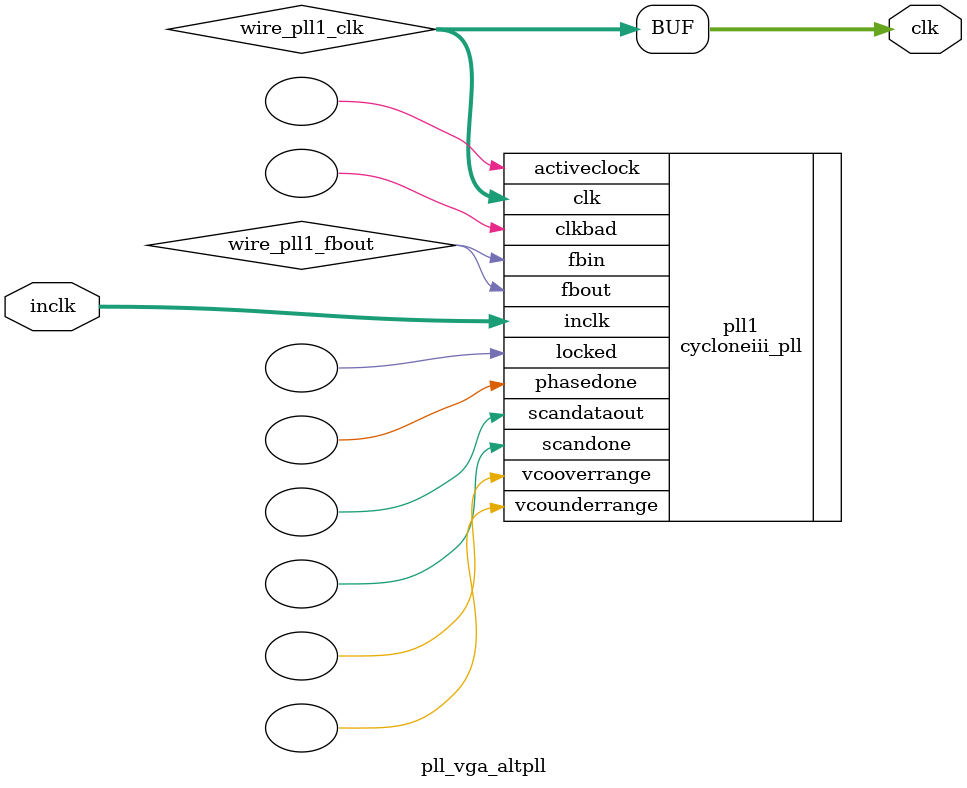
<source format=v>






//synthesis_resources = cycloneiii_pll 1 
//synopsys translate_off
`timescale 1 ps / 1 ps
//synopsys translate_on
module  pll_vga_altpll
	( 
	clk,
	inclk) /* synthesis synthesis_clearbox=1 */;
	output   [4:0]  clk;
	input   [1:0]  inclk;
`ifndef ALTERA_RESERVED_QIS
// synopsys translate_off
`endif
	tri0   [1:0]  inclk;
`ifndef ALTERA_RESERVED_QIS
// synopsys translate_on
`endif

	wire  [4:0]   wire_pll1_clk;
	wire  wire_pll1_fbout;

	cycloneiii_pll   pll1
	( 
	.activeclock(),
	.clk(wire_pll1_clk),
	.clkbad(),
	.fbin(wire_pll1_fbout),
	.fbout(wire_pll1_fbout),
	.inclk(inclk),
	.locked(),
	.phasedone(),
	.scandataout(),
	.scandone(),
	.vcooverrange(),
	.vcounderrange()
	`ifndef FORMAL_VERIFICATION
	// synopsys translate_off
	`endif
	,
	.areset(1'b0),
	.clkswitch(1'b0),
	.configupdate(1'b0),
	.pfdena(1'b1),
	.phasecounterselect({3{1'b0}}),
	.phasestep(1'b0),
	.phaseupdown(1'b0),
	.scanclk(1'b0),
	.scanclkena(1'b1),
	.scandata(1'b0)
	`ifndef FORMAL_VERIFICATION
	// synopsys translate_on
	`endif
	);
	defparam
		pll1.bandwidth_type = "auto",
		pll1.clk0_divide_by = 2000,
		pll1.clk0_duty_cycle = 50,
		pll1.clk0_multiply_by = 1007,
		pll1.clk0_phase_shift = "0",
		pll1.compensate_clock = "clk0",
		pll1.inclk0_input_frequency = 20000,
		pll1.operation_mode = "normal",
		pll1.pll_type = "auto",
		pll1.lpm_type = "cycloneiii_pll";
	assign
		clk = {wire_pll1_clk[4:0]};
endmodule //pll_vga_altpll
//VALID FILE

</source>
